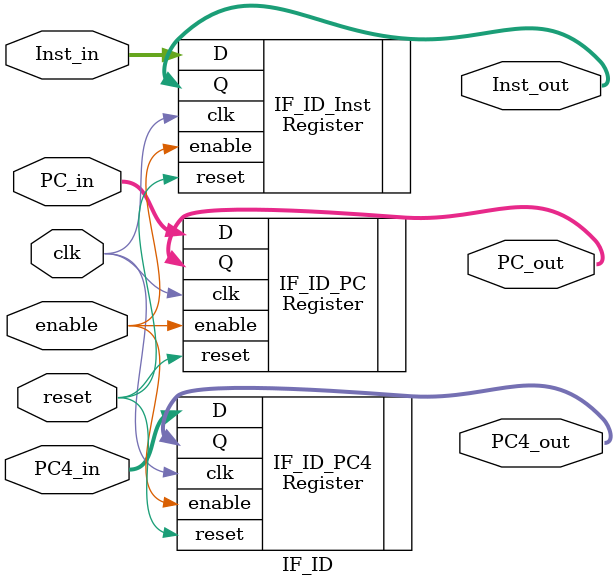
<source format=v>
/*
 * File: IF_ID.v
 * Pipeline::IF_ID_register
*/
module IF_ID (
    input[31:0]     Inst_in,
    input[31:0]     PC4_in,
    input[31:0]     PC_in,
    input           clk,
    input           reset,
    input           enable,
    output[31:0]    Inst_out,
    output[31:0]    PC4_out,
    output[31:0]    PC_out
);
    // Registers for next pipeline state
    Register#(32,0)IF_ID_Inst(
        .D(Inst_in), .clk(clk), .reset(reset), .enable(enable), .Q(Inst_out)
    );
    Register#(32,0)IF_ID_PC4(
        .D(PC4_in), .clk(clk), .reset(reset), .enable(enable), .Q(PC4_out)
    );
    // Registers for debug only
    Register#(32,0)IF_ID_PC(
        .D(PC_in), .clk(clk), .reset(reset), .enable(enable), .Q(PC_out)
    );
endmodule
</source>
